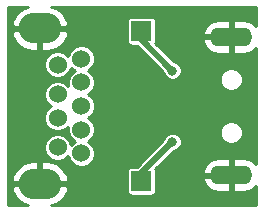
<source format=gbr>
G04 #@! TF.GenerationSoftware,KiCad,Pcbnew,(5.0-dev-4115-gdd04bcb)*
G04 #@! TF.CreationDate,2018-06-11T00:35:00-07:00*
G04 #@! TF.ProjectId,USB-Voltage-Probe,5553422D566F6C746167652D50726F62,rev?*
G04 #@! TF.SameCoordinates,Original*
G04 #@! TF.FileFunction,Copper,L2,Bot,Signal*
G04 #@! TF.FilePolarity,Positive*
%FSLAX46Y46*%
G04 Gerber Fmt 4.6, Leading zero omitted, Abs format (unit mm)*
G04 Created by KiCad (PCBNEW (5.0-dev-4115-gdd04bcb)) date Monday, June 11, 2018 at 12:35:00 AM*
%MOMM*%
%LPD*%
G01*
G04 APERTURE LIST*
%ADD10C,1.524000*%
%ADD11O,3.600000X2.600000*%
%ADD12R,1.700000X1.700000*%
%ADD13O,3.600000X1.600000*%
%ADD14C,0.800000*%
%ADD15C,0.500000*%
%ADD16C,0.254000*%
G04 APERTURE END LIST*
D10*
X149860000Y-54610000D03*
X149860000Y-52610000D03*
X149860000Y-50610000D03*
X149860000Y-56610000D03*
X149860000Y-58610000D03*
X147860000Y-51110000D03*
X147860000Y-53610000D03*
X147860000Y-55610000D03*
X147860000Y-58110000D03*
D11*
X146360000Y-61180000D03*
X146360000Y-48040000D03*
D12*
X154940000Y-60960000D03*
X154940000Y-48260000D03*
D13*
X162550000Y-48760000D03*
X162550000Y-60460000D03*
D14*
X157575000Y-51600000D03*
X157575000Y-57625000D03*
D15*
X154940000Y-48260000D02*
X154940000Y-48965000D01*
X154940000Y-48965000D02*
X157575000Y-51600000D01*
X154940000Y-60960000D02*
X154940000Y-60260000D01*
X154940000Y-60260000D02*
X157575000Y-57625000D01*
D16*
G36*
X145002175Y-46300894D02*
X144401946Y-46761551D01*
X144023693Y-47416840D01*
X143972811Y-47612516D01*
X144088296Y-47913000D01*
X146233000Y-47913000D01*
X146233000Y-47893000D01*
X146487000Y-47893000D01*
X146487000Y-47913000D01*
X148631704Y-47913000D01*
X148747189Y-47612516D01*
X148696307Y-47416840D01*
X148692359Y-47410000D01*
X153705615Y-47410000D01*
X153705615Y-49110000D01*
X153734875Y-49257098D01*
X153818199Y-49381801D01*
X153942902Y-49465125D01*
X154090000Y-49494385D01*
X154582674Y-49494385D01*
X156798000Y-51709711D01*
X156798000Y-51754555D01*
X156916291Y-52040135D01*
X157134865Y-52258709D01*
X157420445Y-52377000D01*
X157729555Y-52377000D01*
X158015135Y-52258709D01*
X158108181Y-52165663D01*
X161573000Y-52165663D01*
X161573000Y-52554337D01*
X161721739Y-52913426D01*
X161996574Y-53188261D01*
X162355663Y-53337000D01*
X162744337Y-53337000D01*
X163103426Y-53188261D01*
X163378261Y-52913426D01*
X163527000Y-52554337D01*
X163527000Y-52165663D01*
X163378261Y-51806574D01*
X163103426Y-51531739D01*
X162744337Y-51383000D01*
X162355663Y-51383000D01*
X161996574Y-51531739D01*
X161721739Y-51806574D01*
X161573000Y-52165663D01*
X158108181Y-52165663D01*
X158233709Y-52040135D01*
X158352000Y-51754555D01*
X158352000Y-51445445D01*
X158233709Y-51159865D01*
X158015135Y-50941291D01*
X157729555Y-50823000D01*
X157684711Y-50823000D01*
X156134584Y-49272873D01*
X156145125Y-49257098D01*
X156174385Y-49110000D01*
X156174385Y-49109039D01*
X160158096Y-49109039D01*
X160175633Y-49191819D01*
X160445500Y-49684896D01*
X160883517Y-50037166D01*
X161423000Y-50195000D01*
X162423000Y-50195000D01*
X162423000Y-48887000D01*
X160280085Y-48887000D01*
X160158096Y-49109039D01*
X156174385Y-49109039D01*
X156174385Y-48410961D01*
X160158096Y-48410961D01*
X160280085Y-48633000D01*
X162423000Y-48633000D01*
X162423000Y-47325000D01*
X161423000Y-47325000D01*
X160883517Y-47482834D01*
X160445500Y-47835104D01*
X160175633Y-48328181D01*
X160158096Y-48410961D01*
X156174385Y-48410961D01*
X156174385Y-47410000D01*
X156145125Y-47262902D01*
X156061801Y-47138199D01*
X155937098Y-47054875D01*
X155790000Y-47025615D01*
X154090000Y-47025615D01*
X153942902Y-47054875D01*
X153818199Y-47138199D01*
X153734875Y-47262902D01*
X153705615Y-47410000D01*
X148692359Y-47410000D01*
X148318054Y-46761551D01*
X147717825Y-46300894D01*
X147330226Y-46197000D01*
X164623001Y-46197000D01*
X164623001Y-47809771D01*
X164216483Y-47482834D01*
X163677000Y-47325000D01*
X162677000Y-47325000D01*
X162677000Y-48633000D01*
X162697000Y-48633000D01*
X162697000Y-48887000D01*
X162677000Y-48887000D01*
X162677000Y-50195000D01*
X163677000Y-50195000D01*
X164216483Y-50037166D01*
X164623001Y-49710229D01*
X164623000Y-59509771D01*
X164216483Y-59182834D01*
X163677000Y-59025000D01*
X162677000Y-59025000D01*
X162677000Y-60333000D01*
X162697000Y-60333000D01*
X162697000Y-60587000D01*
X162677000Y-60587000D01*
X162677000Y-61895000D01*
X163677000Y-61895000D01*
X164216483Y-61737166D01*
X164623000Y-61410229D01*
X164623000Y-63023000D01*
X147330226Y-63023000D01*
X147717825Y-62919106D01*
X148318054Y-62458449D01*
X148696307Y-61803160D01*
X148747189Y-61607484D01*
X148631704Y-61307000D01*
X146487000Y-61307000D01*
X146487000Y-61327000D01*
X146233000Y-61327000D01*
X146233000Y-61307000D01*
X144088296Y-61307000D01*
X143972811Y-61607484D01*
X144023693Y-61803160D01*
X144401946Y-62458449D01*
X145002175Y-62919106D01*
X145389774Y-63023000D01*
X143637000Y-63023000D01*
X143637000Y-60752516D01*
X143972811Y-60752516D01*
X144088296Y-61053000D01*
X146233000Y-61053000D01*
X146233000Y-59245000D01*
X146487000Y-59245000D01*
X146487000Y-61053000D01*
X148631704Y-61053000D01*
X148747189Y-60752516D01*
X148696307Y-60556840D01*
X148438378Y-60110000D01*
X153705615Y-60110000D01*
X153705615Y-61810000D01*
X153734875Y-61957098D01*
X153818199Y-62081801D01*
X153942902Y-62165125D01*
X154090000Y-62194385D01*
X155790000Y-62194385D01*
X155937098Y-62165125D01*
X156061801Y-62081801D01*
X156145125Y-61957098D01*
X156174385Y-61810000D01*
X156174385Y-60809039D01*
X160158096Y-60809039D01*
X160175633Y-60891819D01*
X160445500Y-61384896D01*
X160883517Y-61737166D01*
X161423000Y-61895000D01*
X162423000Y-61895000D01*
X162423000Y-60587000D01*
X160280085Y-60587000D01*
X160158096Y-60809039D01*
X156174385Y-60809039D01*
X156174385Y-60110961D01*
X160158096Y-60110961D01*
X160280085Y-60333000D01*
X162423000Y-60333000D01*
X162423000Y-59025000D01*
X161423000Y-59025000D01*
X160883517Y-59182834D01*
X160445500Y-59535104D01*
X160175633Y-60028181D01*
X160158096Y-60110961D01*
X156174385Y-60110961D01*
X156174385Y-60110000D01*
X156145125Y-59962902D01*
X156136587Y-59950124D01*
X157684711Y-58402000D01*
X157729555Y-58402000D01*
X158015135Y-58283709D01*
X158233709Y-58065135D01*
X158352000Y-57779555D01*
X158352000Y-57470445D01*
X158233709Y-57184865D01*
X158015135Y-56966291D01*
X157729555Y-56848000D01*
X157420445Y-56848000D01*
X157134865Y-56966291D01*
X156916291Y-57184865D01*
X156798000Y-57470445D01*
X156798000Y-57515289D01*
X154587674Y-59725615D01*
X154090000Y-59725615D01*
X153942902Y-59754875D01*
X153818199Y-59838199D01*
X153734875Y-59962902D01*
X153705615Y-60110000D01*
X148438378Y-60110000D01*
X148318054Y-59901551D01*
X147717825Y-59440894D01*
X146987000Y-59245000D01*
X146487000Y-59245000D01*
X146233000Y-59245000D01*
X145733000Y-59245000D01*
X145002175Y-59440894D01*
X144401946Y-59901551D01*
X144023693Y-60556840D01*
X143972811Y-60752516D01*
X143637000Y-60752516D01*
X143637000Y-50883439D01*
X146721000Y-50883439D01*
X146721000Y-51336561D01*
X146894403Y-51755191D01*
X147214809Y-52075597D01*
X147633439Y-52249000D01*
X148086561Y-52249000D01*
X148505191Y-52075597D01*
X148825597Y-51755191D01*
X148992197Y-51352985D01*
X149214809Y-51575597D01*
X149297865Y-51610000D01*
X149214809Y-51644403D01*
X148894403Y-51964809D01*
X148721000Y-52383439D01*
X148721000Y-52836561D01*
X148737724Y-52876936D01*
X148505191Y-52644403D01*
X148086561Y-52471000D01*
X147633439Y-52471000D01*
X147214809Y-52644403D01*
X146894403Y-52964809D01*
X146721000Y-53383439D01*
X146721000Y-53836561D01*
X146894403Y-54255191D01*
X147214809Y-54575597D01*
X147297865Y-54610000D01*
X147214809Y-54644403D01*
X146894403Y-54964809D01*
X146721000Y-55383439D01*
X146721000Y-55836561D01*
X146894403Y-56255191D01*
X147214809Y-56575597D01*
X147633439Y-56749000D01*
X148086561Y-56749000D01*
X148505191Y-56575597D01*
X148737724Y-56343064D01*
X148721000Y-56383439D01*
X148721000Y-56836561D01*
X148894403Y-57255191D01*
X149214809Y-57575597D01*
X149297865Y-57610000D01*
X149214809Y-57644403D01*
X148992197Y-57867015D01*
X148825597Y-57464809D01*
X148505191Y-57144403D01*
X148086561Y-56971000D01*
X147633439Y-56971000D01*
X147214809Y-57144403D01*
X146894403Y-57464809D01*
X146721000Y-57883439D01*
X146721000Y-58336561D01*
X146894403Y-58755191D01*
X147214809Y-59075597D01*
X147633439Y-59249000D01*
X148086561Y-59249000D01*
X148505191Y-59075597D01*
X148727803Y-58852985D01*
X148894403Y-59255191D01*
X149214809Y-59575597D01*
X149633439Y-59749000D01*
X150086561Y-59749000D01*
X150505191Y-59575597D01*
X150825597Y-59255191D01*
X150999000Y-58836561D01*
X150999000Y-58383439D01*
X150825597Y-57964809D01*
X150505191Y-57644403D01*
X150422135Y-57610000D01*
X150505191Y-57575597D01*
X150825597Y-57255191D01*
X150999000Y-56836561D01*
X150999000Y-56665663D01*
X161573000Y-56665663D01*
X161573000Y-57054337D01*
X161721739Y-57413426D01*
X161996574Y-57688261D01*
X162355663Y-57837000D01*
X162744337Y-57837000D01*
X163103426Y-57688261D01*
X163378261Y-57413426D01*
X163527000Y-57054337D01*
X163527000Y-56665663D01*
X163378261Y-56306574D01*
X163103426Y-56031739D01*
X162744337Y-55883000D01*
X162355663Y-55883000D01*
X161996574Y-56031739D01*
X161721739Y-56306574D01*
X161573000Y-56665663D01*
X150999000Y-56665663D01*
X150999000Y-56383439D01*
X150825597Y-55964809D01*
X150505191Y-55644403D01*
X150422135Y-55610000D01*
X150505191Y-55575597D01*
X150825597Y-55255191D01*
X150999000Y-54836561D01*
X150999000Y-54383439D01*
X150825597Y-53964809D01*
X150505191Y-53644403D01*
X150422135Y-53610000D01*
X150505191Y-53575597D01*
X150825597Y-53255191D01*
X150999000Y-52836561D01*
X150999000Y-52383439D01*
X150825597Y-51964809D01*
X150505191Y-51644403D01*
X150422135Y-51610000D01*
X150505191Y-51575597D01*
X150825597Y-51255191D01*
X150999000Y-50836561D01*
X150999000Y-50383439D01*
X150825597Y-49964809D01*
X150505191Y-49644403D01*
X150086561Y-49471000D01*
X149633439Y-49471000D01*
X149214809Y-49644403D01*
X148894403Y-49964809D01*
X148727803Y-50367015D01*
X148505191Y-50144403D01*
X148086561Y-49971000D01*
X147633439Y-49971000D01*
X147214809Y-50144403D01*
X146894403Y-50464809D01*
X146721000Y-50883439D01*
X143637000Y-50883439D01*
X143637000Y-48467484D01*
X143972811Y-48467484D01*
X144023693Y-48663160D01*
X144401946Y-49318449D01*
X145002175Y-49779106D01*
X145733000Y-49975000D01*
X146233000Y-49975000D01*
X146233000Y-48167000D01*
X146487000Y-48167000D01*
X146487000Y-49975000D01*
X146987000Y-49975000D01*
X147717825Y-49779106D01*
X148318054Y-49318449D01*
X148696307Y-48663160D01*
X148747189Y-48467484D01*
X148631704Y-48167000D01*
X146487000Y-48167000D01*
X146233000Y-48167000D01*
X144088296Y-48167000D01*
X143972811Y-48467484D01*
X143637000Y-48467484D01*
X143637000Y-46197000D01*
X145389774Y-46197000D01*
X145002175Y-46300894D01*
X145002175Y-46300894D01*
G37*
X145002175Y-46300894D02*
X144401946Y-46761551D01*
X144023693Y-47416840D01*
X143972811Y-47612516D01*
X144088296Y-47913000D01*
X146233000Y-47913000D01*
X146233000Y-47893000D01*
X146487000Y-47893000D01*
X146487000Y-47913000D01*
X148631704Y-47913000D01*
X148747189Y-47612516D01*
X148696307Y-47416840D01*
X148692359Y-47410000D01*
X153705615Y-47410000D01*
X153705615Y-49110000D01*
X153734875Y-49257098D01*
X153818199Y-49381801D01*
X153942902Y-49465125D01*
X154090000Y-49494385D01*
X154582674Y-49494385D01*
X156798000Y-51709711D01*
X156798000Y-51754555D01*
X156916291Y-52040135D01*
X157134865Y-52258709D01*
X157420445Y-52377000D01*
X157729555Y-52377000D01*
X158015135Y-52258709D01*
X158108181Y-52165663D01*
X161573000Y-52165663D01*
X161573000Y-52554337D01*
X161721739Y-52913426D01*
X161996574Y-53188261D01*
X162355663Y-53337000D01*
X162744337Y-53337000D01*
X163103426Y-53188261D01*
X163378261Y-52913426D01*
X163527000Y-52554337D01*
X163527000Y-52165663D01*
X163378261Y-51806574D01*
X163103426Y-51531739D01*
X162744337Y-51383000D01*
X162355663Y-51383000D01*
X161996574Y-51531739D01*
X161721739Y-51806574D01*
X161573000Y-52165663D01*
X158108181Y-52165663D01*
X158233709Y-52040135D01*
X158352000Y-51754555D01*
X158352000Y-51445445D01*
X158233709Y-51159865D01*
X158015135Y-50941291D01*
X157729555Y-50823000D01*
X157684711Y-50823000D01*
X156134584Y-49272873D01*
X156145125Y-49257098D01*
X156174385Y-49110000D01*
X156174385Y-49109039D01*
X160158096Y-49109039D01*
X160175633Y-49191819D01*
X160445500Y-49684896D01*
X160883517Y-50037166D01*
X161423000Y-50195000D01*
X162423000Y-50195000D01*
X162423000Y-48887000D01*
X160280085Y-48887000D01*
X160158096Y-49109039D01*
X156174385Y-49109039D01*
X156174385Y-48410961D01*
X160158096Y-48410961D01*
X160280085Y-48633000D01*
X162423000Y-48633000D01*
X162423000Y-47325000D01*
X161423000Y-47325000D01*
X160883517Y-47482834D01*
X160445500Y-47835104D01*
X160175633Y-48328181D01*
X160158096Y-48410961D01*
X156174385Y-48410961D01*
X156174385Y-47410000D01*
X156145125Y-47262902D01*
X156061801Y-47138199D01*
X155937098Y-47054875D01*
X155790000Y-47025615D01*
X154090000Y-47025615D01*
X153942902Y-47054875D01*
X153818199Y-47138199D01*
X153734875Y-47262902D01*
X153705615Y-47410000D01*
X148692359Y-47410000D01*
X148318054Y-46761551D01*
X147717825Y-46300894D01*
X147330226Y-46197000D01*
X164623001Y-46197000D01*
X164623001Y-47809771D01*
X164216483Y-47482834D01*
X163677000Y-47325000D01*
X162677000Y-47325000D01*
X162677000Y-48633000D01*
X162697000Y-48633000D01*
X162697000Y-48887000D01*
X162677000Y-48887000D01*
X162677000Y-50195000D01*
X163677000Y-50195000D01*
X164216483Y-50037166D01*
X164623001Y-49710229D01*
X164623000Y-59509771D01*
X164216483Y-59182834D01*
X163677000Y-59025000D01*
X162677000Y-59025000D01*
X162677000Y-60333000D01*
X162697000Y-60333000D01*
X162697000Y-60587000D01*
X162677000Y-60587000D01*
X162677000Y-61895000D01*
X163677000Y-61895000D01*
X164216483Y-61737166D01*
X164623000Y-61410229D01*
X164623000Y-63023000D01*
X147330226Y-63023000D01*
X147717825Y-62919106D01*
X148318054Y-62458449D01*
X148696307Y-61803160D01*
X148747189Y-61607484D01*
X148631704Y-61307000D01*
X146487000Y-61307000D01*
X146487000Y-61327000D01*
X146233000Y-61327000D01*
X146233000Y-61307000D01*
X144088296Y-61307000D01*
X143972811Y-61607484D01*
X144023693Y-61803160D01*
X144401946Y-62458449D01*
X145002175Y-62919106D01*
X145389774Y-63023000D01*
X143637000Y-63023000D01*
X143637000Y-60752516D01*
X143972811Y-60752516D01*
X144088296Y-61053000D01*
X146233000Y-61053000D01*
X146233000Y-59245000D01*
X146487000Y-59245000D01*
X146487000Y-61053000D01*
X148631704Y-61053000D01*
X148747189Y-60752516D01*
X148696307Y-60556840D01*
X148438378Y-60110000D01*
X153705615Y-60110000D01*
X153705615Y-61810000D01*
X153734875Y-61957098D01*
X153818199Y-62081801D01*
X153942902Y-62165125D01*
X154090000Y-62194385D01*
X155790000Y-62194385D01*
X155937098Y-62165125D01*
X156061801Y-62081801D01*
X156145125Y-61957098D01*
X156174385Y-61810000D01*
X156174385Y-60809039D01*
X160158096Y-60809039D01*
X160175633Y-60891819D01*
X160445500Y-61384896D01*
X160883517Y-61737166D01*
X161423000Y-61895000D01*
X162423000Y-61895000D01*
X162423000Y-60587000D01*
X160280085Y-60587000D01*
X160158096Y-60809039D01*
X156174385Y-60809039D01*
X156174385Y-60110961D01*
X160158096Y-60110961D01*
X160280085Y-60333000D01*
X162423000Y-60333000D01*
X162423000Y-59025000D01*
X161423000Y-59025000D01*
X160883517Y-59182834D01*
X160445500Y-59535104D01*
X160175633Y-60028181D01*
X160158096Y-60110961D01*
X156174385Y-60110961D01*
X156174385Y-60110000D01*
X156145125Y-59962902D01*
X156136587Y-59950124D01*
X157684711Y-58402000D01*
X157729555Y-58402000D01*
X158015135Y-58283709D01*
X158233709Y-58065135D01*
X158352000Y-57779555D01*
X158352000Y-57470445D01*
X158233709Y-57184865D01*
X158015135Y-56966291D01*
X157729555Y-56848000D01*
X157420445Y-56848000D01*
X157134865Y-56966291D01*
X156916291Y-57184865D01*
X156798000Y-57470445D01*
X156798000Y-57515289D01*
X154587674Y-59725615D01*
X154090000Y-59725615D01*
X153942902Y-59754875D01*
X153818199Y-59838199D01*
X153734875Y-59962902D01*
X153705615Y-60110000D01*
X148438378Y-60110000D01*
X148318054Y-59901551D01*
X147717825Y-59440894D01*
X146987000Y-59245000D01*
X146487000Y-59245000D01*
X146233000Y-59245000D01*
X145733000Y-59245000D01*
X145002175Y-59440894D01*
X144401946Y-59901551D01*
X144023693Y-60556840D01*
X143972811Y-60752516D01*
X143637000Y-60752516D01*
X143637000Y-50883439D01*
X146721000Y-50883439D01*
X146721000Y-51336561D01*
X146894403Y-51755191D01*
X147214809Y-52075597D01*
X147633439Y-52249000D01*
X148086561Y-52249000D01*
X148505191Y-52075597D01*
X148825597Y-51755191D01*
X148992197Y-51352985D01*
X149214809Y-51575597D01*
X149297865Y-51610000D01*
X149214809Y-51644403D01*
X148894403Y-51964809D01*
X148721000Y-52383439D01*
X148721000Y-52836561D01*
X148737724Y-52876936D01*
X148505191Y-52644403D01*
X148086561Y-52471000D01*
X147633439Y-52471000D01*
X147214809Y-52644403D01*
X146894403Y-52964809D01*
X146721000Y-53383439D01*
X146721000Y-53836561D01*
X146894403Y-54255191D01*
X147214809Y-54575597D01*
X147297865Y-54610000D01*
X147214809Y-54644403D01*
X146894403Y-54964809D01*
X146721000Y-55383439D01*
X146721000Y-55836561D01*
X146894403Y-56255191D01*
X147214809Y-56575597D01*
X147633439Y-56749000D01*
X148086561Y-56749000D01*
X148505191Y-56575597D01*
X148737724Y-56343064D01*
X148721000Y-56383439D01*
X148721000Y-56836561D01*
X148894403Y-57255191D01*
X149214809Y-57575597D01*
X149297865Y-57610000D01*
X149214809Y-57644403D01*
X148992197Y-57867015D01*
X148825597Y-57464809D01*
X148505191Y-57144403D01*
X148086561Y-56971000D01*
X147633439Y-56971000D01*
X147214809Y-57144403D01*
X146894403Y-57464809D01*
X146721000Y-57883439D01*
X146721000Y-58336561D01*
X146894403Y-58755191D01*
X147214809Y-59075597D01*
X147633439Y-59249000D01*
X148086561Y-59249000D01*
X148505191Y-59075597D01*
X148727803Y-58852985D01*
X148894403Y-59255191D01*
X149214809Y-59575597D01*
X149633439Y-59749000D01*
X150086561Y-59749000D01*
X150505191Y-59575597D01*
X150825597Y-59255191D01*
X150999000Y-58836561D01*
X150999000Y-58383439D01*
X150825597Y-57964809D01*
X150505191Y-57644403D01*
X150422135Y-57610000D01*
X150505191Y-57575597D01*
X150825597Y-57255191D01*
X150999000Y-56836561D01*
X150999000Y-56665663D01*
X161573000Y-56665663D01*
X161573000Y-57054337D01*
X161721739Y-57413426D01*
X161996574Y-57688261D01*
X162355663Y-57837000D01*
X162744337Y-57837000D01*
X163103426Y-57688261D01*
X163378261Y-57413426D01*
X163527000Y-57054337D01*
X163527000Y-56665663D01*
X163378261Y-56306574D01*
X163103426Y-56031739D01*
X162744337Y-55883000D01*
X162355663Y-55883000D01*
X161996574Y-56031739D01*
X161721739Y-56306574D01*
X161573000Y-56665663D01*
X150999000Y-56665663D01*
X150999000Y-56383439D01*
X150825597Y-55964809D01*
X150505191Y-55644403D01*
X150422135Y-55610000D01*
X150505191Y-55575597D01*
X150825597Y-55255191D01*
X150999000Y-54836561D01*
X150999000Y-54383439D01*
X150825597Y-53964809D01*
X150505191Y-53644403D01*
X150422135Y-53610000D01*
X150505191Y-53575597D01*
X150825597Y-53255191D01*
X150999000Y-52836561D01*
X150999000Y-52383439D01*
X150825597Y-51964809D01*
X150505191Y-51644403D01*
X150422135Y-51610000D01*
X150505191Y-51575597D01*
X150825597Y-51255191D01*
X150999000Y-50836561D01*
X150999000Y-50383439D01*
X150825597Y-49964809D01*
X150505191Y-49644403D01*
X150086561Y-49471000D01*
X149633439Y-49471000D01*
X149214809Y-49644403D01*
X148894403Y-49964809D01*
X148727803Y-50367015D01*
X148505191Y-50144403D01*
X148086561Y-49971000D01*
X147633439Y-49971000D01*
X147214809Y-50144403D01*
X146894403Y-50464809D01*
X146721000Y-50883439D01*
X143637000Y-50883439D01*
X143637000Y-48467484D01*
X143972811Y-48467484D01*
X144023693Y-48663160D01*
X144401946Y-49318449D01*
X145002175Y-49779106D01*
X145733000Y-49975000D01*
X146233000Y-49975000D01*
X146233000Y-48167000D01*
X146487000Y-48167000D01*
X146487000Y-49975000D01*
X146987000Y-49975000D01*
X147717825Y-49779106D01*
X148318054Y-49318449D01*
X148696307Y-48663160D01*
X148747189Y-48467484D01*
X148631704Y-48167000D01*
X146487000Y-48167000D01*
X146233000Y-48167000D01*
X144088296Y-48167000D01*
X143972811Y-48467484D01*
X143637000Y-48467484D01*
X143637000Y-46197000D01*
X145389774Y-46197000D01*
X145002175Y-46300894D01*
M02*

</source>
